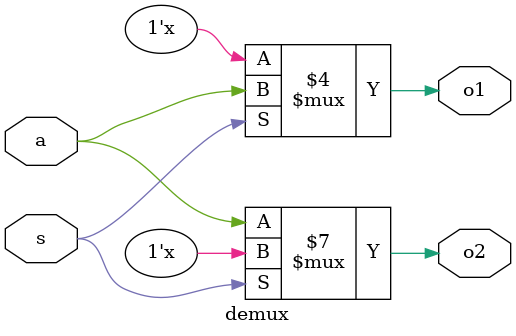
<source format=v>
module demux(a, s, o1, o2);
input a, s;
output reg o1, o2;

always@(a, s) begin
if (s==1) o1 = a;
else o2 = a;
end

endmodule

</source>
